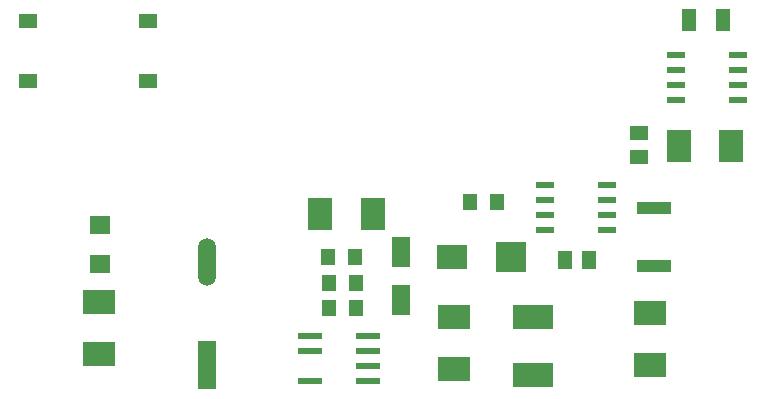
<source format=gtp>
G04 Layer_Color=8421504*
%FSLAX44Y44*%
%MOMM*%
G71*
G01*
G75*
%ADD10R,2.1590X2.7430*%
%ADD11R,2.7430X2.1590*%
%ADD12R,1.5240X0.5080*%
%ADD13R,3.0000X1.0000*%
%ADD14R,1.2700X1.6002*%
%ADD15R,1.3000X1.8500*%
%ADD16R,1.6002X1.2700*%
%ADD17R,1.2700X1.3970*%
%ADD18R,1.6510X1.5240*%
%ADD19R,1.6000X1.1999*%
%ADD20R,1.5000X2.5000*%
%ADD21R,3.5000X2.0000*%
%ADD22R,2.0000X0.6000*%
%ADD23R,1.5000X4.0640*%
%ADD24O,1.5000X4.0640*%
%ADD25R,2.5000X2.5000*%
%ADD26R,2.5000X2.0000*%
D10*
X777744Y-147828D02*
D03*
X821944D02*
D03*
X474468Y-205486D02*
D03*
X518668D02*
D03*
D11*
X753872Y-289556D02*
D03*
Y-333756D02*
D03*
X287020Y-280414D02*
D03*
Y-324614D02*
D03*
X587248Y-337060D02*
D03*
Y-292860D02*
D03*
D12*
X664591Y-181610D02*
D03*
Y-194310D02*
D03*
Y-207010D02*
D03*
Y-219710D02*
D03*
X716661D02*
D03*
Y-207010D02*
D03*
Y-194310D02*
D03*
Y-181610D02*
D03*
X827659Y-109474D02*
D03*
Y-96774D02*
D03*
Y-84074D02*
D03*
Y-71374D02*
D03*
X775589D02*
D03*
Y-84074D02*
D03*
Y-96774D02*
D03*
Y-109474D02*
D03*
D13*
X757174Y-200936D02*
D03*
Y-249936D02*
D03*
D14*
X701802Y-244602D02*
D03*
X681482D02*
D03*
D15*
X786362Y-41402D02*
D03*
X815362D02*
D03*
D16*
X743966Y-157226D02*
D03*
Y-136906D02*
D03*
D17*
X503682Y-242316D02*
D03*
X480822D02*
D03*
X481330Y-285242D02*
D03*
X504190D02*
D03*
X481330Y-263906D02*
D03*
X504190D02*
D03*
X624078Y-195834D02*
D03*
X601218D02*
D03*
D18*
X288036Y-248158D02*
D03*
Y-215138D02*
D03*
D19*
X226568Y-42418D02*
D03*
Y-93218D02*
D03*
X328168D02*
D03*
Y-42418D02*
D03*
D20*
X542290Y-238318D02*
D03*
Y-278318D02*
D03*
D21*
X654574Y-293040D02*
D03*
Y-342040D02*
D03*
D22*
X465466Y-308864D02*
D03*
Y-321564D02*
D03*
Y-346964D02*
D03*
X514466Y-308864D02*
D03*
Y-321564D02*
D03*
Y-334264D02*
D03*
Y-346964D02*
D03*
D23*
X378206Y-334010D02*
D03*
D24*
Y-246380D02*
D03*
D25*
X635870Y-241808D02*
D03*
D26*
X585870D02*
D03*
M02*

</source>
